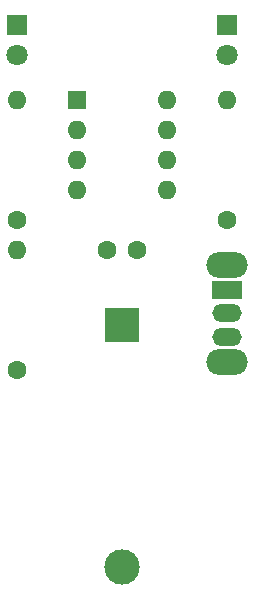
<source format=gbr>
G04 #@! TF.GenerationSoftware,KiCad,Pcbnew,(5.1.0)-1*
G04 #@! TF.CreationDate,2019-04-06T20:38:15-05:00*
G04 #@! TF.ProjectId,kicon19-blinky,6b69636f-6e31-4392-9d62-6c696e6b792e,rev?*
G04 #@! TF.SameCoordinates,Original*
G04 #@! TF.FileFunction,Copper,L1,Top*
G04 #@! TF.FilePolarity,Positive*
%FSLAX46Y46*%
G04 Gerber Fmt 4.6, Leading zero omitted, Abs format (unit mm)*
G04 Created by KiCad (PCBNEW (5.1.0)-1) date 2019-04-06 20:38:15*
%MOMM*%
%LPD*%
G04 APERTURE LIST*
%ADD10O,1.600000X1.600000*%
%ADD11R,1.600000X1.600000*%
%ADD12O,3.500000X2.200000*%
%ADD13O,2.500000X1.500000*%
%ADD14R,2.500000X1.500000*%
%ADD15C,1.600000*%
%ADD16C,1.800000*%
%ADD17R,1.800000X1.800000*%
%ADD18R,3.000000X3.000000*%
%ADD19C,3.000000*%
G04 APERTURE END LIST*
D10*
X157480000Y-101600000D03*
X149860000Y-109220000D03*
X157480000Y-104140000D03*
X149860000Y-106680000D03*
X157480000Y-106680000D03*
X149860000Y-104140000D03*
X157480000Y-109220000D03*
D11*
X149860000Y-101600000D03*
D12*
X162560000Y-123770000D03*
X162560000Y-115570000D03*
D13*
X162560000Y-121670000D03*
X162560000Y-119670000D03*
D14*
X162560000Y-117670000D03*
D15*
X162560000Y-111760000D03*
D10*
X162560000Y-101600000D03*
X144780000Y-101600000D03*
D15*
X144780000Y-111760000D03*
D10*
X144780000Y-114300000D03*
D15*
X144780000Y-124460000D03*
D16*
X162560000Y-97790000D03*
D17*
X162560000Y-95250000D03*
D16*
X144780000Y-97790000D03*
D17*
X144780000Y-95250000D03*
D15*
X152440000Y-114300000D03*
X154940000Y-114300000D03*
D18*
X153670000Y-120650000D03*
D19*
X153670000Y-141140000D03*
M02*

</source>
